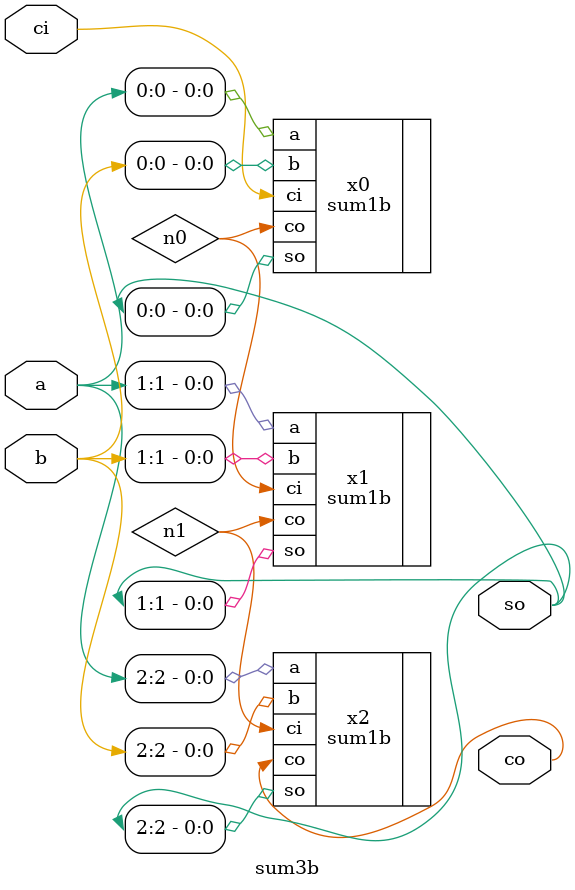
<source format=v>

module sum3b (a,b,ci,so,co);
	//Puertos
	//sentido  tipo   tamaño   nombre 
	input 			   [2:0]     a,b;
	input                       ci;
	output			   [2:0]     so;
	output                      co;
	//Alambres
	//tipo       tamaño  nombre
	wire			  			n0,n1;
	
	//Registros

//Asignaciones///
	//señales

	//Componente
	//nombre   etiqueta (puertos)
	sum1b      x0       (.a(a[0]),.b(b[0]),.ci(ci),.so(so[0]),.co(n0));
	sum1b      x1       (.a(a[1]),.b(b[1]),.ci(n0),.so(so[1]),.co(n1));
	sum1b      x2       (.a(a[2]),.b(b[2]),.ci(n1),.so(so[2]),.co(co));
	
	//Secuenciales
	
endmodule 
</source>
